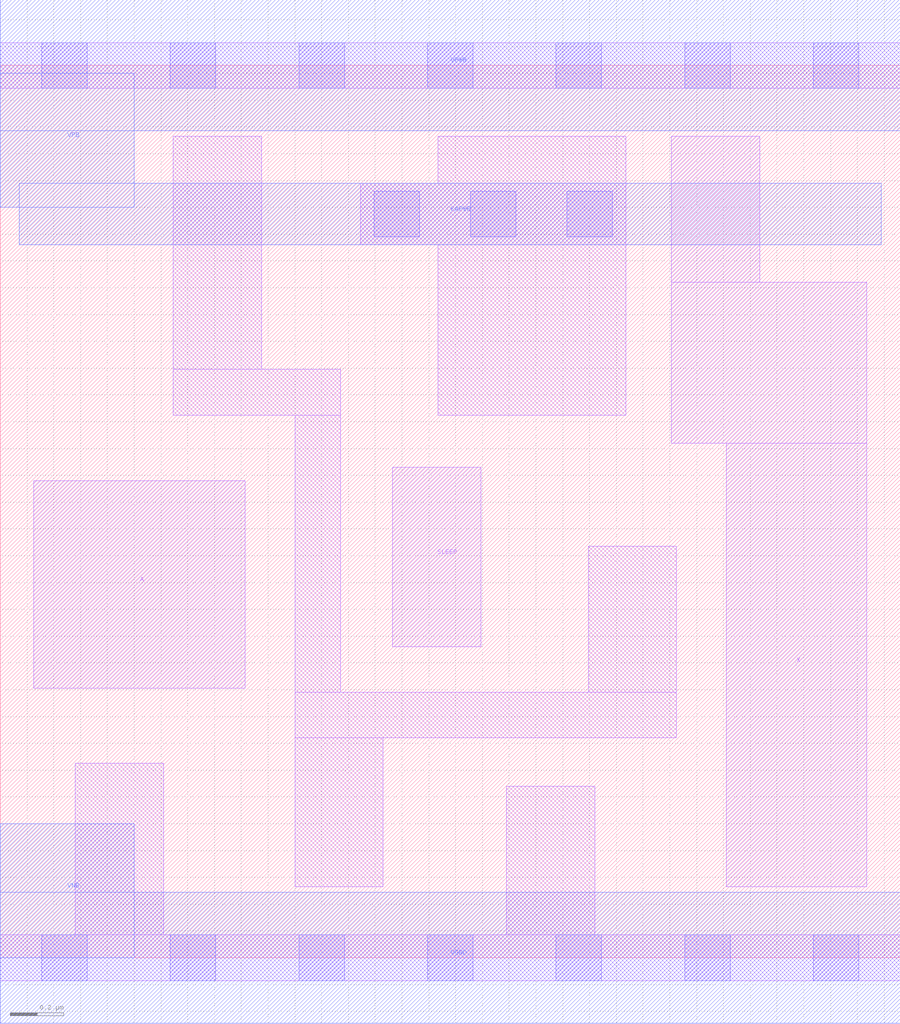
<source format=lef>
# Copyright 2020 The SkyWater PDK Authors
#
# Licensed under the Apache License, Version 2.0 (the "License");
# you may not use this file except in compliance with the License.
# You may obtain a copy of the License at
#
#     https://www.apache.org/licenses/LICENSE-2.0
#
# Unless required by applicable law or agreed to in writing, software
# distributed under the License is distributed on an "AS IS" BASIS,
# WITHOUT WARRANTIES OR CONDITIONS OF ANY KIND, either express or implied.
# See the License for the specific language governing permissions and
# limitations under the License.
#
# SPDX-License-Identifier: Apache-2.0

VERSION 5.5 ;
NAMESCASESENSITIVE ON ;
BUSBITCHARS "[]" ;
DIVIDERCHAR "/" ;
MACRO sky130_fd_sc_lp__iso1p_lp2
  CLASS CORE ;
  SOURCE USER ;
  ORIGIN  0.000000  0.000000 ;
  SIZE  3.360000 BY  3.330000 ;
  SYMMETRY X Y R90 ;
  SITE unit ;
  PIN A
    ANTENNAGATEAREA  0.376000 ;
    DIRECTION INPUT ;
    USE SIGNAL ;
    PORT
      LAYER li1 ;
        RECT 0.125000 1.005000 0.915000 1.780000 ;
    END
  END A
  PIN SLEEP
    ANTENNAGATEAREA  0.376000 ;
    DIRECTION INPUT ;
    USE SIGNAL ;
    PORT
      LAYER li1 ;
        RECT 1.465000 1.160000 1.795000 1.830000 ;
    END
  END SLEEP
  PIN X
    ANTENNADIFFAREA  0.404700 ;
    DIRECTION OUTPUT ;
    USE SIGNAL ;
    PORT
      LAYER li1 ;
        RECT 2.505000 1.920000 3.235000 2.520000 ;
        RECT 2.505000 2.520000 2.835000 3.065000 ;
        RECT 2.710000 0.265000 3.235000 1.920000 ;
    END
  END X
  PIN KAPWR
    ANTENNADIFFAREA  0.830000 ;
    DIRECTION INOUT ;
    USE POWER ;
    PORT
      LAYER met1 ;
        RECT 0.070000 2.660000 3.290000 2.890000 ;
    END
  END KAPWR
  PIN VGND
    DIRECTION INOUT ;
    USE GROUND ;
    PORT
      LAYER met1 ;
        RECT 0.000000 -0.245000 3.360000 0.245000 ;
    END
  END VGND
  PIN VNB
    DIRECTION INOUT ;
    USE GROUND ;
    PORT
    END
  END VNB
  PIN VPB
    DIRECTION INOUT ;
    USE POWER ;
    PORT
    END
  END VPB
  PIN VNB
    DIRECTION INOUT ;
    USE GROUND ;
    PORT
      LAYER met1 ;
        RECT 0.000000 0.000000 0.500000 0.500000 ;
    END
  END VNB
  PIN VPB
    DIRECTION INOUT ;
    USE POWER ;
    PORT
      LAYER met1 ;
        RECT 0.000000 2.800000 0.500000 3.300000 ;
    END
  END VPB
  PIN VPWR
    DIRECTION INOUT ;
    USE POWER ;
    PORT
      LAYER met1 ;
        RECT 0.000000 3.085000 3.360000 3.575000 ;
    END
  END VPWR
  OBS
    LAYER li1 ;
      RECT 0.000000 -0.085000 3.360000 0.085000 ;
      RECT 0.000000  3.245000 3.360000 3.415000 ;
      RECT 0.280000  0.085000 0.610000 0.725000 ;
      RECT 0.645000  2.025000 1.270000 2.195000 ;
      RECT 0.645000  2.195000 0.975000 3.065000 ;
      RECT 1.100000  0.265000 1.430000 0.820000 ;
      RECT 1.100000  0.820000 2.525000 0.990000 ;
      RECT 1.100000  0.990000 1.270000 2.025000 ;
      RECT 1.345000  2.660000 2.335000 2.890000 ;
      RECT 1.635000  2.025000 2.335000 2.660000 ;
      RECT 1.635000  2.890000 2.335000 3.065000 ;
      RECT 1.890000  0.085000 2.220000 0.640000 ;
      RECT 2.195000  0.990000 2.525000 1.535000 ;
    LAYER mcon ;
      RECT 0.155000 -0.085000 0.325000 0.085000 ;
      RECT 0.155000  3.245000 0.325000 3.415000 ;
      RECT 0.635000 -0.085000 0.805000 0.085000 ;
      RECT 0.635000  3.245000 0.805000 3.415000 ;
      RECT 1.115000 -0.085000 1.285000 0.085000 ;
      RECT 1.115000  3.245000 1.285000 3.415000 ;
      RECT 1.395000  2.690000 1.565000 2.860000 ;
      RECT 1.595000 -0.085000 1.765000 0.085000 ;
      RECT 1.595000  3.245000 1.765000 3.415000 ;
      RECT 1.755000  2.690000 1.925000 2.860000 ;
      RECT 2.075000 -0.085000 2.245000 0.085000 ;
      RECT 2.075000  3.245000 2.245000 3.415000 ;
      RECT 2.115000  2.690000 2.285000 2.860000 ;
      RECT 2.555000 -0.085000 2.725000 0.085000 ;
      RECT 2.555000  3.245000 2.725000 3.415000 ;
      RECT 3.035000 -0.085000 3.205000 0.085000 ;
      RECT 3.035000  3.245000 3.205000 3.415000 ;
  END
END sky130_fd_sc_lp__iso1p_lp2
END LIBRARY

</source>
